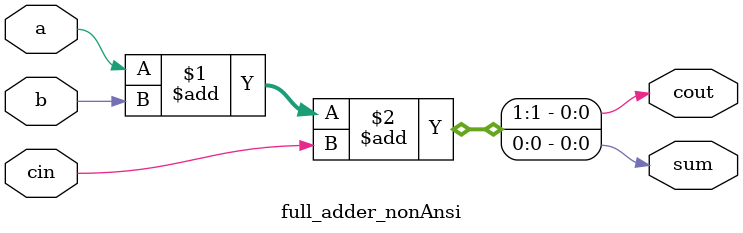
<source format=v>
`timescale 1ns / 1ps

module full_adder_nonAnsi (
   a,
   b,
   cin,
   sum,
   cout
);
   input  a;
   input  b;
   input  cin;
   output sum;
   output cout;
   
   assign {cout,sum} = a+b+cin;
  
endmodule


</source>
